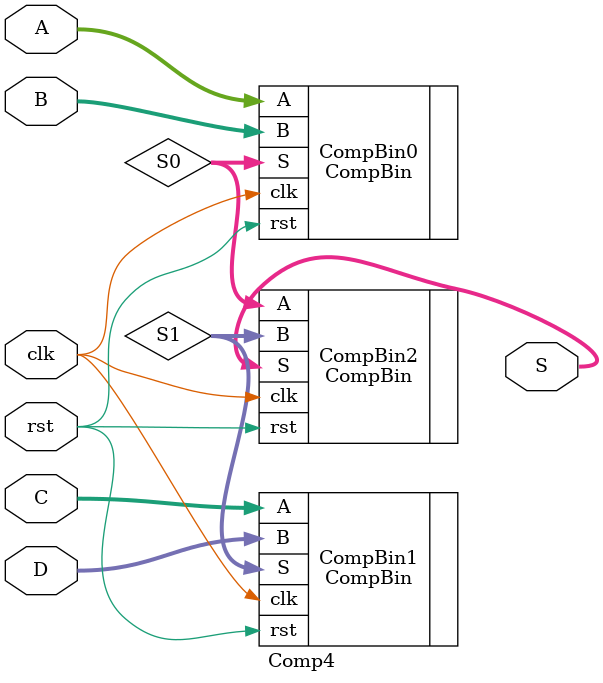
<source format=sv>
`timescale 1ns / 1ps


module Comp4(
    input clk,              /*Clock input*/
    input rst,              /*Reset input*/
    input [7:0] A,          /*Input A*/
    input [7:0] B,          /*Input B*/
    input [7:0] C,          /*Input C*/
    input [7:0] D,          /*Input D*/
    output [7:0] S          /*Output S*/
    );
    
    /*Signals or wires*/
    wire [7:0] S0;           /*Handle the result from comparing A,B*/
    wire [7:0] S1;           /*Hnadle the result from comparing C,D*/
    
    /*2 input comparator*/
    CompBin CompBin0(       /*Binary compartor to compare A,B*/
    .clk    (clk),          /*Clock signal input*/
    .rst    (rst),          /*Reset signal input*/
    .A      (A),            /*Input A*/
    .B      (B),            /*Input B*/
    .S      (S0)            /*Output S0*/
    );
    
    /*2 input comparator*/
    CompBin CompBin1(       /*Binary compartor to compare C,D*/
    .clk    (clk),          /*Clock signal input*/
    .rst    (rst),          /*Reset signal input*/
    .A      (C),            /*Input C*/
    .B      (D),            /*Input D*/
    .S      (S1)            /*Output S1*/
    );
    
    /*2 input comparator*/
    CompBin CompBin2(       /*Binary compartor to compare S0,S1*/
    .clk    (clk),          /*Clock signal input*/
    .rst    (rst),          /*Reset signal input*/
    .A      (S0),           /*Input S0*/
    .B      (S1),           /*Input S1*/
    .S      (S)             /*Output S*/
    );
endmodule
</source>
